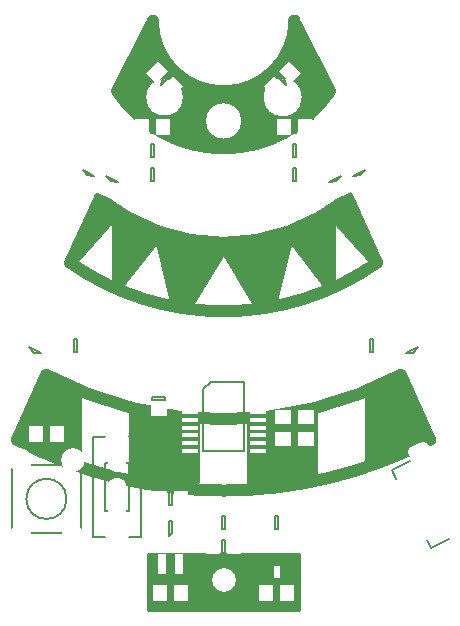
<source format=gto>
G04 #@! TF.FileFunction,Legend,Top*
%FSLAX46Y46*%
G04 Gerber Fmt 4.6, Leading zero omitted, Abs format (unit mm)*
G04 Created by KiCad (PCBNEW 201609280951+7255~55~ubuntu14.04.1-) date Wed Oct 12 05:15:32 2016*
%MOMM*%
%LPD*%
G01*
G04 APERTURE LIST*
%ADD10C,0.100000*%
%ADD11C,1.000000*%
%ADD12C,0.200000*%
%ADD13C,0.150000*%
%ADD14C,0.254000*%
%ADD15C,2.000000*%
%ADD16C,1.600000*%
%ADD17R,1.150000X1.450000*%
%ADD18R,1.450000X1.150000*%
%ADD19C,1.150000*%
%ADD20R,0.800000X1.700000*%
%ADD21C,0.400000*%
%ADD22C,1.000000*%
%ADD23C,1.800000*%
%ADD24C,1.575000*%
%ADD25R,0.950000X0.400000*%
%ADD26R,0.600000X1.000000*%
%ADD27C,0.787000*%
%ADD28R,1.350000X0.450000*%
G04 APERTURE END LIST*
D10*
D11*
X146000000Y-118500000D02*
X147000000Y-120500000D01*
X146000000Y-119000000D02*
X146000000Y-120500000D01*
X145500000Y-117000000D02*
X145000000Y-116500000D01*
X145500000Y-121000000D02*
X145500000Y-117000000D01*
X144500000Y-115500000D02*
X144500000Y-121500000D01*
X144000000Y-116000000D02*
X144000000Y-121500000D01*
X143500000Y-116500000D02*
X143500000Y-121500000D01*
X143000000Y-122000000D02*
X143000000Y-116500000D01*
X113500000Y-118500000D02*
X113500000Y-121000000D01*
X114500000Y-116500000D02*
X115000000Y-116000000D01*
X114500000Y-121500000D02*
X114500000Y-116500000D01*
X115500000Y-115500000D02*
X115500000Y-121500000D01*
X116500000Y-122000000D02*
X116500000Y-116000000D01*
X136500000Y-124000000D02*
X136500000Y-118500000D01*
X135500000Y-118500000D02*
X135500000Y-124000000D01*
X134500000Y-124500000D02*
X134500000Y-118500000D01*
X133500000Y-119000000D02*
X133500000Y-124500000D01*
X126500000Y-124500000D02*
X126500000Y-119000000D01*
X125500000Y-118500000D02*
X125500000Y-124000000D01*
X123500000Y-123500000D02*
X123500000Y-124000000D01*
X124500000Y-118500000D02*
X124500000Y-124000000D01*
X123500000Y-118500000D02*
X123500000Y-123500000D01*
X117500000Y-116500000D02*
X117500000Y-122500000D01*
X122500000Y-118000000D02*
X122500000Y-123500000D01*
X127500000Y-119000000D02*
X127500000Y-124000000D01*
X142500000Y-116500000D02*
X142500000Y-122500000D01*
X137500000Y-118000000D02*
X137500000Y-123500000D01*
X132500000Y-119000000D02*
X132500000Y-124500000D01*
X145000000Y-115000000D02*
X147500000Y-120500000D01*
X112500000Y-120500000D02*
X115000000Y-115000000D01*
X112500001Y-120500000D02*
G75*
G03X147500000Y-120500000I17499999J33500000D01*
G01*
X115000000Y-115000000D02*
G75*
G03X145000000Y-115000000I15000000J28000000D01*
G01*
X130000000Y-104000000D02*
X133000000Y-109000000D01*
X130000000Y-104000000D02*
X127000000Y-109000000D01*
X123500000Y-88500000D02*
X123500000Y-89500000D01*
X124500000Y-89000000D02*
X123500000Y-88500000D01*
X124000000Y-87000000D02*
X124500000Y-89000000D01*
X122000000Y-91000000D02*
X124000000Y-87000000D01*
X122500000Y-92000000D02*
X122000000Y-91000000D01*
X137000000Y-89500000D02*
X136000000Y-88500000D01*
X135000000Y-89000000D02*
X137000000Y-89500000D01*
X136000000Y-87000000D02*
X135000000Y-89000000D01*
X138000000Y-91000000D02*
X136000000Y-87000000D01*
X137500000Y-92000000D02*
X138000000Y-91000000D01*
X131500000Y-91500000D02*
X132000000Y-92000000D01*
X132500000Y-91500000D02*
X131500000Y-91500000D01*
X133000000Y-93500000D02*
X132500000Y-91500000D01*
X132500000Y-94000000D02*
X133000000Y-93500000D01*
X132500000Y-94500000D02*
X133500000Y-94000000D01*
X132000000Y-95000000D02*
X135000000Y-94000000D01*
X127000000Y-95000000D02*
X128000000Y-95000000D01*
X126000000Y-94500000D02*
X128000000Y-94500000D01*
X125500000Y-94000000D02*
X127500000Y-94000000D01*
X128000000Y-93500000D02*
X126500000Y-93500000D01*
X128000000Y-93000000D02*
X127000000Y-93000000D01*
X128000000Y-92500000D02*
X127500000Y-92500000D01*
X128500000Y-91500000D02*
X127500000Y-91500000D01*
X127061553Y-91500000D02*
G75*
G03X127061553Y-91500000I-2061553J0D01*
G01*
X137121320Y-91500000D02*
G75*
G03X137121320Y-91500000I-2121320J0D01*
G01*
X132000000Y-93500000D02*
G75*
G03X132000000Y-93500000I-2000000J0D01*
G01*
X136000000Y-85000000D02*
X139000000Y-91000000D01*
X121000000Y-91000000D02*
X124000000Y-85000000D01*
X121000000Y-91000000D02*
G75*
G03X139000000Y-91000000I9000000J6000000D01*
G01*
X124000000Y-85000000D02*
G75*
G03X136000000Y-85000000I6000000J0D01*
G01*
X138000000Y-104000000D02*
X138000000Y-103000000D01*
X137000000Y-103000000D02*
X138000000Y-104000000D01*
X138500000Y-102500000D02*
X137000000Y-103000000D01*
X138500000Y-106000000D02*
X138500000Y-102500000D01*
X136500000Y-103000000D02*
X138500000Y-106000000D01*
X134000000Y-104500000D02*
X133000000Y-105000000D01*
X133500000Y-106000000D02*
X134000000Y-104500000D01*
X131500000Y-104500000D02*
X133500000Y-106000000D01*
X134500000Y-104000000D02*
X131500000Y-104500000D01*
X134000000Y-107500000D02*
X134500000Y-104000000D01*
X131000000Y-104500000D02*
X134000000Y-107500000D01*
X128000000Y-105000000D02*
X127000000Y-105000000D01*
X127000000Y-106500000D02*
X128000000Y-105000000D01*
X126000000Y-104000000D02*
X127000000Y-106500000D01*
X129000000Y-104500000D02*
X126000000Y-104000000D01*
X126500000Y-107500000D02*
X129000000Y-104500000D01*
X125500000Y-103500000D02*
X126500000Y-107500000D01*
X123500000Y-103500000D02*
X123000000Y-104000000D01*
X123000000Y-103500000D02*
X123500000Y-103000000D01*
X122500000Y-102500000D02*
X123000000Y-103500000D01*
X122500000Y-105000000D02*
X122500000Y-102500000D01*
X122000000Y-102500000D02*
X122500000Y-105000000D01*
X121500000Y-106000000D02*
X122000000Y-102500000D01*
X121500000Y-102000000D02*
X121500000Y-106000000D01*
X118500000Y-103000000D02*
X120000000Y-101000000D01*
X141500000Y-103000000D02*
X140000000Y-101000000D01*
X143000000Y-105500000D02*
X140500000Y-100000000D01*
X117000000Y-105500000D02*
X119500000Y-100000000D01*
X139000000Y-101000000D02*
X143000000Y-105500000D01*
X139000000Y-107500000D02*
X139000000Y-101000000D01*
X135500000Y-103000000D02*
X139000000Y-107500000D01*
X134000000Y-109000000D02*
X135500000Y-103000000D01*
X130000000Y-104000000D02*
X134000000Y-109000000D01*
X121000000Y-101000000D02*
X117000000Y-105500000D01*
X121000000Y-107500000D02*
X121000000Y-101000000D01*
X124500000Y-103000000D02*
X121000000Y-107500000D01*
X126000000Y-109000000D02*
X124500000Y-103000000D01*
X130000000Y-104000000D02*
X126000000Y-109000000D01*
X117000000Y-105500000D02*
G75*
G03X143000000Y-105500000I13000000J18500000D01*
G01*
X119500000Y-100000000D02*
G75*
G03X140500000Y-100000000I10500000J12500000D01*
G01*
D12*
X116700000Y-125500000D02*
G75*
G03X116700000Y-125500000I-1700000J0D01*
G01*
X117900000Y-128400000D02*
X112100000Y-128400000D01*
X117900000Y-122600000D02*
X117900000Y-128400000D01*
X112100000Y-122600000D02*
X117900000Y-122600000D01*
X112100000Y-128400000D02*
X112100000Y-122600000D01*
X118950000Y-128700000D02*
X118950000Y-120300000D01*
X118950000Y-120300000D02*
X123050000Y-120300000D01*
X123050000Y-120300000D02*
X123050000Y-128700000D01*
X123050000Y-128700000D02*
X118950000Y-128700000D01*
X120000000Y-126500000D02*
X120000000Y-122500000D01*
X120000000Y-122500000D02*
X122000000Y-122500000D01*
X122000000Y-122500000D02*
X122000000Y-126500000D01*
X122000000Y-126500000D02*
X120000000Y-126500000D01*
D13*
X129875000Y-128050000D02*
X129875000Y-126950000D01*
X130125000Y-128050000D02*
X129875000Y-128050000D01*
X130125000Y-126950000D02*
X130125000Y-128050000D01*
X129875000Y-126950000D02*
X130125000Y-126950000D01*
X124125000Y-98550000D02*
X123875000Y-98550000D01*
X123875000Y-98550000D02*
X123875000Y-97450000D01*
X123875000Y-97450000D02*
X124125000Y-97450000D01*
X124125000Y-97450000D02*
X124125000Y-98550000D01*
X117625000Y-111950000D02*
X117625000Y-113050000D01*
X117375000Y-111950000D02*
X117625000Y-111950000D01*
X117375000Y-113050000D02*
X117375000Y-111950000D01*
X117625000Y-113050000D02*
X117375000Y-113050000D01*
X124125000Y-96550000D02*
X123875000Y-96550000D01*
X123875000Y-96550000D02*
X123875000Y-95450000D01*
X123875000Y-95450000D02*
X124125000Y-95450000D01*
X124125000Y-95450000D02*
X124125000Y-96550000D01*
X124125000Y-93450000D02*
X124125000Y-94550000D01*
X123875000Y-93450000D02*
X124125000Y-93450000D01*
X123875000Y-94550000D02*
X123875000Y-93450000D01*
X124125000Y-94550000D02*
X123875000Y-94550000D01*
X142375000Y-111950000D02*
X142625000Y-111950000D01*
X142625000Y-111950000D02*
X142625000Y-113050000D01*
X142625000Y-113050000D02*
X142375000Y-113050000D01*
X142375000Y-113050000D02*
X142375000Y-111950000D01*
X135875000Y-94550000D02*
X135875000Y-93450000D01*
X136125000Y-94550000D02*
X135875000Y-94550000D01*
X136125000Y-93450000D02*
X136125000Y-94550000D01*
X135875000Y-93450000D02*
X136125000Y-93450000D01*
X135875000Y-95450000D02*
X136125000Y-95450000D01*
X136125000Y-95450000D02*
X136125000Y-96550000D01*
X136125000Y-96550000D02*
X135875000Y-96550000D01*
X135875000Y-96550000D02*
X135875000Y-95450000D01*
X135875000Y-98550000D02*
X135875000Y-97450000D01*
X136125000Y-98550000D02*
X135875000Y-98550000D01*
X136125000Y-97450000D02*
X136125000Y-98550000D01*
X135875000Y-97450000D02*
X136125000Y-97450000D01*
X130125000Y-130050000D02*
X129875000Y-130050000D01*
X129875000Y-130050000D02*
X129875000Y-128950000D01*
X129875000Y-128950000D02*
X130125000Y-128950000D01*
X130125000Y-128950000D02*
X130125000Y-130050000D01*
X115125000Y-119450000D02*
X115125000Y-120550000D01*
X114875000Y-119450000D02*
X115125000Y-119450000D01*
X114875000Y-120550000D02*
X114875000Y-119450000D01*
X115125000Y-120550000D02*
X114875000Y-120550000D01*
X125375000Y-124950000D02*
X125625000Y-124950000D01*
X125625000Y-124950000D02*
X125625000Y-126050000D01*
X125625000Y-126050000D02*
X125375000Y-126050000D01*
X125375000Y-126050000D02*
X125375000Y-124950000D01*
X134375000Y-128050000D02*
X134375000Y-126950000D01*
X134625000Y-128050000D02*
X134375000Y-128050000D01*
X134625000Y-126950000D02*
X134625000Y-128050000D01*
X134375000Y-126950000D02*
X134625000Y-126950000D01*
X134375000Y-132950000D02*
X134625000Y-132950000D01*
X134625000Y-132950000D02*
X134625000Y-134050000D01*
X134625000Y-134050000D02*
X134375000Y-134050000D01*
X134375000Y-134050000D02*
X134375000Y-132950000D01*
X125625000Y-132950000D02*
X125625000Y-134050000D01*
X125375000Y-132950000D02*
X125625000Y-132950000D01*
X125375000Y-134050000D02*
X125375000Y-132950000D01*
X125625000Y-134050000D02*
X125375000Y-134050000D01*
X125050000Y-116875000D02*
X125050000Y-117125000D01*
X125050000Y-117125000D02*
X123950000Y-117125000D01*
X123950000Y-117125000D02*
X123950000Y-116875000D01*
X123950000Y-116875000D02*
X125050000Y-116875000D01*
X137550000Y-119625000D02*
X136450000Y-119625000D01*
X137550000Y-119375000D02*
X137550000Y-119625000D01*
X136450000Y-119375000D02*
X137550000Y-119375000D01*
X136450000Y-119625000D02*
X136450000Y-119375000D01*
X134450000Y-119625000D02*
X134450000Y-119375000D01*
X134450000Y-119375000D02*
X135550000Y-119375000D01*
X135550000Y-119375000D02*
X135550000Y-119625000D01*
X135550000Y-119625000D02*
X134450000Y-119625000D01*
X118064185Y-97641963D02*
X119047755Y-98134498D01*
X118444030Y-98111769D02*
X119047755Y-98134498D01*
X118444030Y-98111769D02*
X118064185Y-97641963D01*
X139555970Y-98611769D02*
X138952245Y-98634498D01*
X139555970Y-98611769D02*
X139935815Y-98141963D01*
X138952245Y-98634498D02*
X139935815Y-98141963D01*
X140952245Y-98134498D02*
X141935815Y-97641963D01*
X141555970Y-98111769D02*
X141935815Y-97641963D01*
X141555970Y-98111769D02*
X140952245Y-98134498D01*
X135088388Y-89911612D02*
X135300520Y-90477297D01*
X135088388Y-89911612D02*
X134522703Y-89699480D01*
X135300520Y-90477297D02*
X134522703Y-89699480D01*
X145452245Y-113134498D02*
X146435815Y-112641963D01*
X146055970Y-113111769D02*
X146435815Y-112641963D01*
X146055970Y-113111769D02*
X145452245Y-113134498D01*
X120444030Y-98611769D02*
X120064185Y-98141963D01*
X120444030Y-98611769D02*
X121047755Y-98634498D01*
X120064185Y-98141963D02*
X121047755Y-98634498D01*
X113564185Y-112641963D02*
X114547755Y-113134498D01*
X113944030Y-113111769D02*
X114547755Y-113134498D01*
X113944030Y-113111769D02*
X113564185Y-112641963D01*
X124911612Y-89911612D02*
X125477297Y-89699480D01*
X124911612Y-89911612D02*
X124699480Y-90477297D01*
X125477297Y-89699480D02*
X124699480Y-90477297D01*
X125650000Y-131725000D02*
X125350000Y-131725000D01*
X125350000Y-131725000D02*
X125350000Y-130275000D01*
X125350000Y-130275000D02*
X125650000Y-130275000D01*
X125650000Y-130275000D02*
X125650000Y-131725000D01*
X147544940Y-129664340D02*
X149065002Y-128903150D01*
X147186732Y-128949017D02*
X147544940Y-129664340D01*
X144231523Y-123047599D02*
X144612118Y-123807630D01*
X145751585Y-122286408D02*
X144231523Y-123047599D01*
X125375000Y-128650000D02*
X125375000Y-128650000D01*
X125375000Y-128650000D02*
X125375000Y-127350000D01*
X125375000Y-127350000D02*
X125625000Y-127350000D01*
X125625000Y-127350000D02*
X125625000Y-128400000D01*
X125625000Y-128400000D02*
X125375000Y-128650000D01*
X135450000Y-130650000D02*
X135450000Y-130650000D01*
X135450000Y-130650000D02*
X133550000Y-130650000D01*
X133550000Y-130650000D02*
X133550000Y-130350000D01*
X133550000Y-130350000D02*
X135150000Y-130350000D01*
X135150000Y-130350000D02*
X135450000Y-130650000D01*
X128900000Y-115575000D02*
X131700000Y-115575000D01*
X131700000Y-115575000D02*
X131700000Y-121425000D01*
X131700000Y-121425000D02*
X128300000Y-121425000D01*
X128300000Y-121425000D02*
X128300000Y-116175000D01*
X128300000Y-116175000D02*
X128900000Y-115575000D01*
D14*
G36*
X136373000Y-134873000D02*
X123627000Y-134873000D01*
X123627000Y-130127000D01*
X136373000Y-130127000D01*
X136373000Y-134873000D01*
X136373000Y-134873000D01*
G37*
X136373000Y-134873000D02*
X123627000Y-134873000D01*
X123627000Y-130127000D01*
X136373000Y-130127000D01*
X136373000Y-134873000D01*
%LPC*%
D12*
X130100000Y-93500000D02*
G75*
G03X130100000Y-93500000I-100000J0D01*
G01*
X130300000Y-93500000D02*
G75*
G03X130300000Y-93500000I-300000J0D01*
G01*
X130452769Y-93500000D02*
G75*
G03X130452769Y-93500000I-452769J0D01*
G01*
X130600000Y-93500000D02*
G75*
G03X130600000Y-93500000I-600000J0D01*
G01*
X130800000Y-93500000D02*
G75*
G03X130800000Y-93500000I-800000J0D01*
G01*
X130950000Y-93500000D02*
G75*
G03X130950000Y-93500000I-950000J0D01*
G01*
X131100000Y-93500000D02*
G75*
G03X131100000Y-93500000I-1100000J0D01*
G01*
X131250000Y-93500000D02*
G75*
G03X131250000Y-93500000I-1250000J0D01*
G01*
X131408013Y-93500000D02*
G75*
G03X131408013Y-93500000I-1408013J0D01*
G01*
D15*
X112750000Y-128750000D03*
X117250000Y-128750000D03*
X117250000Y-122250000D03*
X112750000Y-122250000D03*
X130000000Y-87650000D03*
X130000000Y-132350000D03*
D16*
X121000000Y-124500000D03*
X121000000Y-126500000D03*
X121000000Y-122500000D03*
D15*
X121000000Y-120400000D03*
X121000000Y-128600000D03*
D17*
X130900000Y-127500000D03*
X129100000Y-127500000D03*
X124900000Y-98000000D03*
X123100000Y-98000000D03*
X116600000Y-112500000D03*
X118400000Y-112500000D03*
X124900000Y-96000000D03*
X123100000Y-96000000D03*
X123100000Y-94000000D03*
X124900000Y-94000000D03*
X141600000Y-112500000D03*
X143400000Y-112500000D03*
X136900000Y-94000000D03*
X135100000Y-94000000D03*
X135100000Y-96000000D03*
X136900000Y-96000000D03*
X136900000Y-98000000D03*
X135100000Y-98000000D03*
X130900000Y-129500000D03*
X129100000Y-129500000D03*
X114100000Y-120000000D03*
X115900000Y-120000000D03*
X124600000Y-125500000D03*
X126400000Y-125500000D03*
X135400000Y-127500000D03*
X133600000Y-127500000D03*
X133600000Y-133500000D03*
X135400000Y-133500000D03*
X124600000Y-133500000D03*
X126400000Y-133500000D03*
D18*
X124500000Y-116100000D03*
X124500000Y-117900000D03*
X137000000Y-118600000D03*
X137000000Y-120400000D03*
X135000000Y-120400000D03*
X135000000Y-118600000D03*
D19*
X118902983Y-97195261D03*
D10*
G36*
X119293783Y-98034025D02*
X117997260Y-97384774D01*
X118512183Y-96356497D01*
X119808706Y-97005748D01*
X119293783Y-98034025D01*
X119293783Y-98034025D01*
G37*
D19*
X118097017Y-98804739D03*
D10*
G36*
X118487817Y-99643503D02*
X117191294Y-98994252D01*
X117706217Y-97965975D01*
X119002740Y-98615226D01*
X118487817Y-99643503D01*
X118487817Y-99643503D01*
G37*
D19*
X139902983Y-99304739D03*
D10*
G36*
X140808706Y-99494252D02*
X139512183Y-100143503D01*
X138997260Y-99115226D01*
X140293783Y-98465975D01*
X140808706Y-99494252D01*
X140808706Y-99494252D01*
G37*
D19*
X139097017Y-97695261D03*
D10*
G36*
X140002740Y-97884774D02*
X138706217Y-98534025D01*
X138191294Y-97505748D01*
X139487817Y-96856497D01*
X140002740Y-97884774D01*
X140002740Y-97884774D01*
G37*
D19*
X141097017Y-97195261D03*
D10*
G36*
X142002740Y-97384774D02*
X140706217Y-98034025D01*
X140191294Y-97005748D01*
X141487817Y-96356497D01*
X142002740Y-97384774D01*
X142002740Y-97384774D01*
G37*
D19*
X141902983Y-98804739D03*
D10*
G36*
X142808706Y-98994252D02*
X141512183Y-99643503D01*
X140997260Y-98615226D01*
X142293783Y-97965975D01*
X142808706Y-98994252D01*
X142808706Y-98994252D01*
G37*
D19*
X135636396Y-89363604D03*
D10*
G36*
X135530330Y-88444365D02*
X136555635Y-89469670D01*
X135742462Y-90282843D01*
X134717157Y-89257538D01*
X135530330Y-88444365D01*
X135530330Y-88444365D01*
G37*
D19*
X134363604Y-90636396D03*
D10*
G36*
X134257538Y-89717157D02*
X135282843Y-90742462D01*
X134469670Y-91555635D01*
X133444365Y-90530330D01*
X134257538Y-89717157D01*
X134257538Y-89717157D01*
G37*
D19*
X145597017Y-112195261D03*
D10*
G36*
X146502740Y-112384774D02*
X145206217Y-113034025D01*
X144691294Y-112005748D01*
X145987817Y-111356497D01*
X146502740Y-112384774D01*
X146502740Y-112384774D01*
G37*
D19*
X146402983Y-113804739D03*
D10*
G36*
X147308706Y-113994252D02*
X146012183Y-114643503D01*
X145497260Y-113615226D01*
X146793783Y-112965975D01*
X147308706Y-113994252D01*
X147308706Y-113994252D01*
G37*
D19*
X120097017Y-99304739D03*
D10*
G36*
X120487817Y-100143503D02*
X119191294Y-99494252D01*
X119706217Y-98465975D01*
X121002740Y-99115226D01*
X120487817Y-100143503D01*
X120487817Y-100143503D01*
G37*
D19*
X120902983Y-97695261D03*
D10*
G36*
X121293783Y-98534025D02*
X119997260Y-97884774D01*
X120512183Y-96856497D01*
X121808706Y-97505748D01*
X121293783Y-98534025D01*
X121293783Y-98534025D01*
G37*
D19*
X114402983Y-112195261D03*
D10*
G36*
X114793783Y-113034025D02*
X113497260Y-112384774D01*
X114012183Y-111356497D01*
X115308706Y-112005748D01*
X114793783Y-113034025D01*
X114793783Y-113034025D01*
G37*
D19*
X113597017Y-113804739D03*
D10*
G36*
X113987817Y-114643503D02*
X112691294Y-113994252D01*
X113206217Y-112965975D01*
X114502740Y-113615226D01*
X113987817Y-114643503D01*
X113987817Y-114643503D01*
G37*
D19*
X124363604Y-89363604D03*
D10*
G36*
X123444365Y-89469670D02*
X124469670Y-88444365D01*
X125282843Y-89257538D01*
X124257538Y-90282843D01*
X123444365Y-89469670D01*
X123444365Y-89469670D01*
G37*
D19*
X125636396Y-90636396D03*
D10*
G36*
X124717157Y-90742462D02*
X125742462Y-89717157D01*
X126555635Y-90530330D01*
X125530330Y-91555635D01*
X124717157Y-90742462D01*
X124717157Y-90742462D01*
G37*
D20*
X126250000Y-131000000D03*
X124750000Y-131000000D03*
D21*
X146000000Y-126300000D03*
D10*
G36*
X146693106Y-126176593D02*
X145485998Y-126781068D01*
X145306894Y-126423407D01*
X146514002Y-125818932D01*
X146693106Y-126176593D01*
X146693106Y-126176593D01*
G37*
D21*
X145708957Y-125718799D03*
D10*
G36*
X146402063Y-125595392D02*
X145194955Y-126199867D01*
X145015851Y-125842206D01*
X146222959Y-125237731D01*
X146402063Y-125595392D01*
X146402063Y-125595392D01*
G37*
D21*
X146291044Y-126881200D03*
D10*
G36*
X146984150Y-126757793D02*
X145777042Y-127362268D01*
X145597938Y-127004607D01*
X146805046Y-126400132D01*
X146984150Y-126757793D01*
X146984150Y-126757793D01*
G37*
D21*
X146582087Y-127462400D03*
D10*
G36*
X147275193Y-127338993D02*
X146068085Y-127943468D01*
X145888981Y-127585807D01*
X147096089Y-126981332D01*
X147275193Y-127338993D01*
X147275193Y-127338993D01*
G37*
D21*
X145417914Y-125137599D03*
D10*
G36*
X146111020Y-125014192D02*
X144903912Y-125618667D01*
X144724808Y-125261006D01*
X145931916Y-124656531D01*
X146111020Y-125014192D01*
X146111020Y-125014192D01*
G37*
D22*
X144713136Y-124456028D03*
D11*
X144601367Y-124511998D02*
X144824905Y-124400058D01*
D22*
X146705664Y-128435014D03*
D11*
X146593895Y-128490984D02*
X146817433Y-128379044D01*
D23*
X147876940Y-124073967D03*
D10*
G36*
X149129370Y-124453335D02*
X147430477Y-125304077D01*
X146624510Y-123694599D01*
X148323403Y-122843857D01*
X149129370Y-124453335D01*
X149129370Y-124453335D01*
G37*
D23*
X148906786Y-126130521D03*
D10*
G36*
X150159216Y-126509889D02*
X148460323Y-127360631D01*
X147654356Y-125751153D01*
X149353249Y-124900411D01*
X150159216Y-126509889D01*
X150159216Y-126509889D01*
G37*
D24*
X146875079Y-122073297D03*
D10*
G36*
X148077136Y-122352072D02*
X146378243Y-123202815D01*
X145673022Y-121794522D01*
X147371915Y-120943779D01*
X148077136Y-122352072D01*
X148077136Y-122352072D01*
G37*
D22*
X146522469Y-121369150D03*
D11*
X146120100Y-121570642D02*
X146924838Y-121167658D01*
D24*
X149908647Y-128131191D03*
D10*
G36*
X151110704Y-128409966D02*
X149411811Y-129260709D01*
X148706590Y-127852416D01*
X150405483Y-127001673D01*
X151110704Y-128409966D01*
X151110704Y-128409966D01*
G37*
D22*
X150261257Y-128835338D03*
D11*
X149858888Y-129036830D02*
X150663626Y-128633846D01*
D25*
X126600000Y-128650000D03*
X126600000Y-128000000D03*
X126600000Y-127350000D03*
X124400000Y-127350000D03*
X124400000Y-128000000D03*
X124400000Y-128650000D03*
D26*
X135450000Y-129350000D03*
X133550000Y-129350000D03*
X134500000Y-131650000D03*
D27*
X139140000Y-114270000D03*
X137870000Y-114270000D03*
X139140000Y-113000000D03*
X137870000Y-113000000D03*
X139140000Y-111730000D03*
X137870000Y-111730000D03*
D22*
X138505000Y-115540000D03*
X139521000Y-110460000D03*
X137489000Y-110460000D03*
D28*
X127125000Y-115575000D03*
X127125000Y-116225000D03*
X127125000Y-116875000D03*
X127125000Y-117525000D03*
X127125000Y-118175000D03*
X127125000Y-118825000D03*
X127125000Y-119475000D03*
X127125000Y-120125000D03*
X127125000Y-120775000D03*
X127125000Y-121425000D03*
X132875000Y-121425000D03*
X132875000Y-120775000D03*
X132875000Y-120125000D03*
X132875000Y-119475000D03*
X132875000Y-118825000D03*
X132875000Y-118175000D03*
X132875000Y-117525000D03*
X132875000Y-116875000D03*
X132875000Y-116225000D03*
X132875000Y-115575000D03*
D10*
G36*
X120450000Y-106912250D02*
X117877122Y-105387582D01*
X120450000Y-102433536D01*
X120450000Y-106912250D01*
X120450000Y-106912250D01*
G37*
X120450000Y-106912250D02*
X117877122Y-105387582D01*
X120450000Y-102433536D01*
X120450000Y-106912250D01*
G36*
X125330744Y-108527247D02*
X121783786Y-107472746D01*
X124276243Y-104213379D01*
X125330744Y-108527247D01*
X125330744Y-108527247D01*
G37*
X125330744Y-108527247D02*
X121783786Y-107472746D01*
X124276243Y-104213379D01*
X125330744Y-108527247D01*
G36*
X138266090Y-107423434D02*
X134670497Y-108526083D01*
X135773145Y-104211371D01*
X138266090Y-107423434D01*
X138266090Y-107423434D01*
G37*
X138266090Y-107423434D02*
X134670497Y-108526083D01*
X135773145Y-104211371D01*
X138266090Y-107423434D01*
G36*
X142171049Y-105387104D02*
X139550000Y-106864422D01*
X139550000Y-102480122D01*
X142171049Y-105387104D01*
X142171049Y-105387104D01*
G37*
X142171049Y-105387104D02*
X139550000Y-106864422D01*
X139550000Y-102480122D01*
X142171049Y-105387104D01*
M02*

</source>
